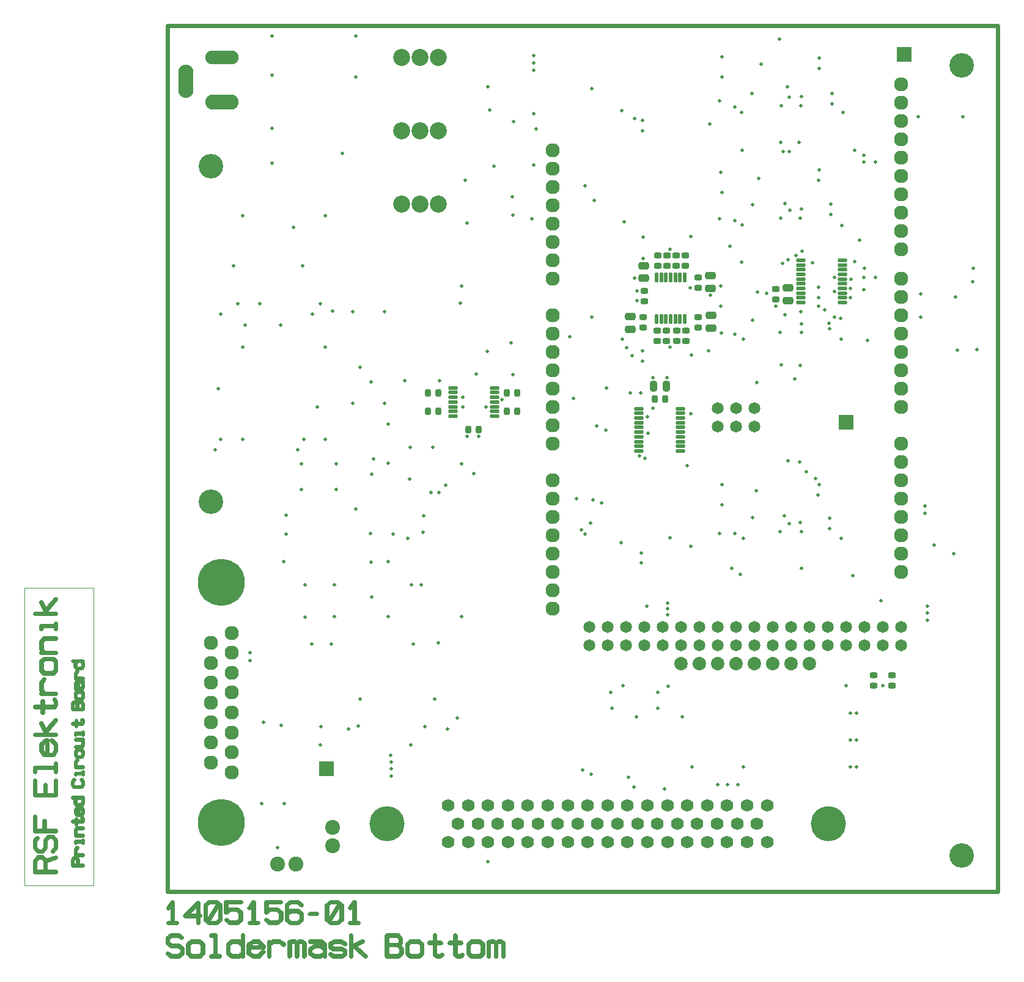
<source format=gbr>
*
G04 Job   : F:\ECADdesigns\1405165-01-00-A\PCB\1405165-01-00-A.pcb*
G04 User  : AT01PC650:at10682*
G04 Layer : Soldermask_Bottom.gbr*
G04 Date  : Tue May 09 13:27:59 2023*
G04 Soldermask Bottom*
%ICAS*%
%MOMM*%
%FSLAX54Y54*%
%OFA0.0000B0.0000*%
G90*
G74*
%AMVB_RECTANGLE*
21,1,$1,$2,0,0,$3*
%
%AMVB_RCRECTANGLE*
$3=$3X2*
21,1,$1-$3,$2,0,0,0*
21,1,$1,$2-$3,0,0,0*
$1=$1/2*
$2=$2/2*
$3=$3/2*
$1=$1-$3*
$2=$2-$3*
1,1,$3X2,0-$1,0-$2*
1,1,$3X2,0-$1,$2*
1,1,$3X2,$1,$2*
1,1,$3X2,$1,0-$2*
%
%ADD14C,0.00500*%
%ADD10C,0.01000*%
%ADD13C,0.50000*%
%ADD12C,0.60000*%
%ADD24C,1.65000*%
%ADD72C,1.76000*%
%ADD28C,1.86000*%
%ADD71C,1.96000*%
%ADD27C,2.06000*%
%ADD25C,2.36000*%
%ADD11C,3.40000*%
%ADD29C,4.86000*%
%ADD70C,6.51000*%
%ADD21O,4.61000X1.91000*%
%ADD20O,4.61000X2.11000*%
%ADD22O,2.11000X4.61000*%
%ADD18VB_RECTANGLE,2.00000X2.00000X0.00000*%
%ADD17VB_RCRECTANGLE,1.06000X0.81000X0.23000*%
%ADD16VB_RCRECTANGLE,0.81000X1.06000X0.23000*%
%ADD23VB_RCRECTANGLE,1.31000X0.51000X0.18000*%
%ADD26VB_RCRECTANGLE,0.51000X1.31000X0.18000*%
%ADD15VB_RCRECTANGLE,1.46000X1.01000X0.28000*%
%ADD19VB_RCRECTANGLE,1.01000X1.46000X0.28000*%
G01*
G54D10*
X1150000D01*
Y1200000*
X0*
Y0*
G54D11*
X60000Y540000D03*
Y1005000D03*
X1100000Y50000D03*
Y1145000D03*
G54D12*
X0Y0D02*
X1150000D01*
Y1200000*
X0*
Y0*
G54D13*
X-183520Y165492D02*
X-183460Y165252D01*
X-183340Y165102*
X-183130Y165042*
X-182890Y165012*
X-182680Y165042*
X-182470Y165102*
X-182350Y165252*
X-182290Y165492*
Y170742*
X-154780*
Y165492*
X-154720Y165252*
X-154570Y165102*
X-154360Y165042*
X-154120Y165012*
X-153910Y165042*
X-153730Y165102*
X-153580Y165252*
X-153520Y165492*
Y177192*
X-153580Y177402*
X-153730Y177582*
X-153910Y177672*
X-154120Y177702*
X-154360Y177672*
X-154570Y177582*
X-154720Y177402*
X-154780Y177192*
Y171912*
X-182920*
X-183130Y171852*
X-183310Y171732*
X-183460Y171582*
X-183520Y171342*
Y165492*
X-182920Y256182D02*
X-183130Y256122D01*
X-183310Y255972*
X-183400Y255792*
X-183430Y255582*
X-183400Y255372*
X-183310Y255162*
X-183130Y255012*
X-182920Y254982*
X-173230*
Y247632*
X-173170Y247422*
X-173050Y247272*
X-172840Y247182*
X-172630*
X-172420*
X-172210Y247272*
X-172090Y247422*
X-172030Y247632*
Y254982*
X-156160*
X-156010Y255012*
X-155860Y255102*
X-155770Y255162*
X-155710Y255282*
X-153640Y258282*
X-153550Y258402*
X-153520Y258582*
Y262602*
X-153550Y262782*
X-153640Y262932*
X-155710Y265932*
X-155860Y266112*
X-156040Y266172*
X-156250Y266142*
X-156460Y266022*
X-156610Y265872*
X-156730Y265722*
X-156760Y265512*
X-156670Y265302*
X-154750Y262422*
Y258702*
X-156460Y256182*
X-172030*
Y263592*
X-172090Y263802*
X-172210Y263982*
X-172420Y264072*
X-172630Y264102*
X-172840Y264072*
X-173050Y263982*
X-173170Y263802*
X-173230Y263592*
Y256182*
X-182920*
X-182290Y27552D02*
Y41892D01*
X-178510Y46572*
X-172930*
X-169120Y41892*
Y27552*
X-182290*
Y103842D02*
X-182350Y104052D01*
X-182470Y104232*
X-182680Y104322*
X-182890Y104352*
X-183130Y104322*
X-183340Y104232*
X-183460Y104052*
X-183520Y103842*
Y83592*
X-183460Y83382*
X-183310Y83202*
X-183130Y83052*
X-182920Y82992*
X-154120*
X-153910Y83052*
X-153730Y83202*
X-153640Y83382*
X-153610Y83592*
X-153640Y83832*
X-153730Y84042*
X-153910Y84192*
X-154120Y84252*
X-169270*
Y97842*
X-169300Y98052*
X-169450Y98232*
X-169660Y98322*
X-169870Y98352*
X-170110Y98322*
X-170320Y98232*
X-170440Y98052*
X-170500Y97842*
Y84252*
X-182290*
Y103842*
Y153642D02*
X-182350Y153852D01*
X-182470Y154032*
X-182680Y154122*
X-182890Y154152*
X-183130Y154122*
X-183340Y154032*
X-183460Y153852*
X-183520Y153642*
Y133392*
X-183460Y133182*
X-183310Y133002*
X-183130Y132852*
X-182920Y132792*
X-154120*
X-153910Y132852*
X-153730Y133002*
X-153580Y133182*
X-153520Y133392*
Y153642*
X-153580Y153852*
X-153730Y154032*
X-153910Y154122*
X-154120Y154152*
X-154360Y154122*
X-154570Y154032*
X-154720Y153852*
X-154780Y153642*
Y134052*
X-167920*
Y147642*
X-167980Y147852*
X-168130Y148032*
X-168310Y148122*
X-168520Y148152*
X-168730Y148122*
X-168940Y148032*
X-169090Y147852*
X-169120Y147642*
Y134052*
X-182290*
Y153642*
X-174970Y195042D02*
X-174940Y203172D01*
X-174910Y203292*
X-174880Y203412*
X-174790Y203592*
X-168730Y209682*
X-168580Y209712*
X-168460Y209742*
X-168400*
Y209772*
X-168250Y209802*
X-166240*
X-166030Y209772*
X-165850Y209622*
X-165700Y209472*
X-165640Y209202*
Y189612*
X-158440*
X-154720Y195192*
Y202872*
X-160630Y208782*
X-160750Y208962*
Y209172*
X-160690Y209412*
X-160540Y209592*
X-160360Y209712*
X-160150Y209802*
X-159910*
X-159730Y209682*
X-153700Y203592*
X-153580Y203412*
X-153550Y203292*
X-153520Y203172*
Y195042*
X-153550Y194862*
X-153640Y194712*
X-157660Y188682*
X-157720Y188562*
X-157840Y188502*
X-157990Y188412*
X-158140Y188382*
X-170320*
X-170470Y188412*
X-170620Y188502*
X-170710Y188562*
X-170740Y188592*
X-170800Y188682*
X-174820Y194712*
X-174940Y194862*
X-174970Y195042*
X-174130Y233712D02*
X-174280Y233922D01*
X-174460Y233982*
X-174670*
X-174880Y233892*
X-175060Y233772*
X-175210Y233592*
X-175240Y233472*
X-175270Y233382*
X-175240Y233262*
X-175210Y233142*
X-167440Y217902*
X-182920*
X-183130Y217842*
X-183310Y217692*
X-183400Y217482*
X-183430Y217242*
X-183400Y217032*
X-183310Y216852*
X-183130Y216702*
X-182920Y216642*
X-154120*
X-153880Y216702*
X-153730Y216852*
X-153640Y217032*
X-153610Y217242*
X-153640Y217482*
X-153730Y217692*
X-153880Y217842*
X-154120Y217902*
X-166060*
X-167800Y221202*
X-153670Y237102*
X-153550Y237282*
Y237492*
X-153640Y237672*
X-153760Y237852*
X-153940Y237972*
X-154180Y238032*
X-154390*
X-154570Y237912*
X-168400Y222342*
X-174130Y233712*
Y401172D02*
X-174280Y401382D01*
X-174460Y401442*
X-174670*
X-174880Y401352*
X-175060Y401232*
X-175210Y401052*
X-175240Y400932*
X-175270Y400842*
X-175240Y400722*
X-175210Y400602*
X-167440Y385362*
X-182920*
X-183130Y385302*
X-183310Y385152*
X-183400Y384942*
X-183430Y384702*
X-183400Y384492*
X-183310Y384312*
X-183130Y384162*
X-182920Y384102*
X-154120*
X-153880Y384162*
X-153730Y384312*
X-153640Y384492*
X-153610Y384702*
X-153640Y384942*
X-153730Y385152*
X-153880Y385302*
X-154120Y385362*
X-166060*
X-167800Y388662*
X-153670Y404562*
X-153550Y404742*
Y404952*
X-153640Y405132*
X-153760Y405312*
X-153940Y405432*
X-154180Y405492*
X-154390*
X-154570Y405372*
X-168400Y389802*
X-174130Y401172*
X-172120Y47562D02*
X-172180Y47652D01*
X-172330Y47682*
X-172480Y47742*
X-172630Y47772*
X-178810*
X-178960Y47742*
X-179050Y47682*
X-179140*
X-179170Y47652*
X-179200Y47592*
X-179290Y47562*
X-183400Y42462*
X-183460Y42312*
X-183490Y42192*
X-183520Y42072*
Y26952*
X-183460Y26682*
X-183310Y26502*
X-183130Y26352*
X-182920Y26292*
X-154120*
X-153880Y26352*
X-153730Y26502*
X-153640Y26682*
X-153610Y26892*
X-153640Y27132*
X-153730Y27342*
X-153880Y27492*
X-154120Y27552*
X-167920*
Y41652*
X-153940Y46572*
X-153730Y46692*
X-153610Y46902*
X-153580Y47112*
X-153640Y47322*
X-153730Y47502*
X-153910Y47652*
X-154090Y47712*
X-154330Y47682*
X-168310Y42762*
X-172120Y47562*
X-170020Y302682D02*
X-158440D01*
X-154720Y306372*
Y317952*
X-158440Y321672*
X-170020*
X-173740Y317952*
Y306372*
X-170020Y302682*
X-169960Y189612D02*
X-166840D01*
Y208602*
X-168010*
X-173740Y202872*
Y195192*
X-169960Y189612*
X-169030Y70812D02*
X-164920Y75882D01*
X-164800Y75972*
X-164650Y76002*
X-164560Y76032*
X-164470Y76062*
X-164410Y76092*
X-158230*
X-158140Y76062*
X-157930Y76002*
X-157870Y75972*
X-157750Y75882*
X-153640Y70842*
X-153580Y70692*
X-153550Y70662*
Y70572*
X-153520Y70542*
Y70512*
Y70452*
Y60342*
X-153550Y60222*
X-153580Y60102*
X-153640Y59982*
X-157750Y54942*
X-157810Y54852*
X-157900Y54792*
X-157990Y54762*
X-158080Y54732*
X-158290Y54792*
X-158500Y54882*
X-158650Y55032*
X-158770Y55212*
X-158800Y55422*
X-158740Y55632*
X-154750Y60522*
Y70212*
X-158530Y74892*
X-164110*
X-167920Y70212*
Y60342*
Y60192*
X-167950Y60072*
X-168010Y59982*
X-172120Y54942*
X-172150Y54852*
X-172210Y54822*
X-172300Y54762*
X-172510Y54702*
X-172630Y54672*
X-178810*
X-178960Y54702*
X-179080Y54762*
X-179140Y54822*
X-179200Y54852*
X-179290Y54942*
X-183400Y59982*
X-183430Y60102*
X-183460Y60162*
X-183490Y60222*
Y60192*
X-183520Y60342*
Y70452*
X-183490Y70572*
X-183460Y70632*
X-183430Y70722*
X-183400Y70812*
X-180310Y74592*
X-180160Y74742*
X-179980Y74802*
X-179770Y74772*
X-179560Y74682*
X-179410Y74502*
X-179290Y74292*
X-179260Y74082*
X-179320Y73872*
X-182290Y70272*
Y60522*
X-178510Y55902*
X-172930*
X-169120Y60522*
Y70422*
X-169090Y70572*
X-169060Y70692*
X-169030Y70812*
X-154120Y273042D02*
X-153880Y273102D01*
X-153730Y273252*
X-153640Y273432*
X-153610Y273642*
X-153640Y273882*
X-153730Y274092*
X-153880Y274242*
X-154120Y274302*
X-170020*
X-173740Y278922*
Y288612*
X-169810Y293532*
X-169720Y293712*
X-169750Y293922*
X-169840Y294132*
X-169990Y294282*
X-170200Y294402*
X-170410Y294432*
X-170620Y294402*
X-170800Y294282*
X-174820Y289212*
X-174880Y289062*
X-174910Y288942*
X-174940Y288822*
Y278712*
X-174910Y278592*
X-174880Y278502*
X-174820Y278352*
X-171580Y274302*
X-174340*
X-174580Y274242*
X-174730Y274092*
X-174850Y273882*
X-174880Y273642*
X-174850Y273432*
X-174730Y273252*
X-174580Y273102*
X-174340Y273042*
X-170380*
X-170320*
X-170200*
X-154120*
Y349962D02*
X-153880Y349992D01*
X-153730Y350142*
X-153640Y350352*
X-153610Y350562*
X-153640Y350772*
X-153730Y350952*
X-153880Y351102*
X-154120Y351162*
X-170320*
X-170410Y351132*
X-170530Y351072*
X-170680Y351042*
X-170800Y350952*
X-174820Y345882*
X-174880Y345732*
X-174910Y345612*
X-174940Y345492*
Y335382*
X-174910Y335262*
X-174880Y335172*
X-174820Y335022*
X-171580Y330972*
X-174340*
X-174580Y330912*
X-174730Y330762*
X-174850Y330552*
X-174880Y330312*
X-174850Y330102*
X-174730Y329922*
X-174580Y329772*
X-174340Y329712*
X-154120*
X-153880Y329772*
X-153730Y329922*
X-153640Y330102*
X-153610Y330312*
X-153640Y330552*
X-153730Y330762*
X-153880Y330912*
X-154120Y330972*
X-170020*
X-173740Y335592*
Y345282*
X-170020Y349962*
X-154120*
X-153520Y318252D02*
Y306132D01*
Y306012*
X-153550Y305952*
X-153580Y305802*
X-153700Y305652*
X-157720Y301632*
X-157870Y301482*
X-158020Y301452*
X-158170*
X-170320*
X-170410*
X-170590Y301482*
X-170770Y301632*
X-174790Y305652*
X-174880Y305802*
X-174910Y305952*
X-174940Y306012*
X-174970Y306132*
X-174940Y318252*
X-174910Y318372*
X-174880Y318492*
X-174790Y318672*
X-170770Y322752*
X-170620Y322782*
X-170500Y322812*
X-170440Y322842*
X-170410*
X-170320Y322872*
X-158170*
X-158020Y322842*
X-157930Y322812*
X-157720Y322752*
X-153700Y318672*
X-153580Y318492*
X-153550Y318372*
X-153520Y318252*
Y371292D02*
X-153580Y371532D01*
X-153700Y371652*
X-153910Y371742*
X-154120Y371772*
X-154330Y371742*
X-154540Y371652*
X-154660Y371532*
X-154720Y371292*
Y368142*
X-174340*
X-174580Y368082*
X-174730Y367962*
X-174910Y367782*
X-174940Y367572*
Y363852*
X-174910Y363642*
X-174760Y363492*
X-174550Y363402*
X-174340Y363372*
X-174130Y363402*
X-173950Y363492*
X-173800Y363642*
X-173740Y363852*
Y367002*
X-154720*
Y363852*
X-154660Y363642*
X-154540Y363492*
X-154330Y363402*
X-154120Y363372*
X-153910Y363402*
X-153700Y363492*
X-153580Y363642*
X-153520Y363852*
Y371292*
X-131160Y96981D02*
X-131265Y96951D01*
X-131355Y96876*
X-131400Y96786*
X-131415Y96681*
X-131400Y96576*
X-131355Y96471*
X-131265Y96396*
X-131160Y96381*
X-126315*
Y92706*
X-126285Y92601*
X-126225Y92526*
X-126120Y92481*
X-126015*
X-125910*
X-125805Y92526*
X-125745Y92601*
X-125715Y92706*
Y96381*
X-117780*
X-117705Y96396*
X-117630Y96441*
X-117585Y96471*
X-117555Y96531*
X-116520Y98031*
X-116475Y98091*
X-116460Y98181*
Y100191*
X-116475Y100281*
X-116520Y100356*
X-117555Y101856*
X-117630Y101946*
X-117720Y101976*
X-117825Y101961*
X-117930Y101901*
X-118005Y101826*
X-118065Y101751*
X-118080Y101646*
X-118035Y101541*
X-117075Y100101*
Y98241*
X-117930Y96981*
X-125715*
Y100686*
X-125745Y100791*
X-125805Y100881*
X-125910Y100926*
X-126015Y100941*
X-126120Y100926*
X-126225Y100881*
X-126285Y100791*
X-126315Y100686*
Y96981*
X-131160*
Y232806D02*
X-131265Y232776D01*
X-131355Y232701*
X-131400Y232611*
X-131415Y232506*
X-131400Y232401*
X-131355Y232296*
X-131265Y232221*
X-131160Y232206*
X-126315*
Y228531*
X-126285Y228426*
X-126225Y228351*
X-126120Y228306*
X-126015*
X-125910*
X-125805Y228351*
X-125745Y228426*
X-125715Y228531*
Y232206*
X-117780*
X-117705Y232221*
X-117630Y232266*
X-117585Y232296*
X-117555Y232356*
X-116520Y233856*
X-116475Y233916*
X-116460Y234006*
Y236016*
X-116475Y236106*
X-116520Y236181*
X-117555Y237681*
X-117630Y237771*
X-117720Y237801*
X-117825Y237786*
X-117930Y237726*
X-118005Y237651*
X-118065Y237576*
X-118080Y237471*
X-118035Y237366*
X-117075Y235926*
Y234066*
X-117930Y232806*
X-125715*
Y236511*
X-125745Y236616*
X-125805Y236706*
X-125910Y236751*
X-126015Y236766*
X-126120Y236751*
X-126225Y236706*
X-126285Y236616*
X-126315Y236511*
Y232806*
X-131160*
X-130845Y36426D02*
Y43596D01*
X-128955Y45936*
X-126165*
X-124260Y43596*
Y36426*
X-130845*
Y252591D02*
Y259896D01*
X-128985Y261561*
X-126195*
X-124860Y259911*
Y252591*
X-130845*
X-129210Y262191D02*
X-131355Y260256D01*
X-131430Y260151*
X-131460Y260046*
Y252261*
X-131430Y252156*
X-131370Y252066*
X-131265Y251991*
X-131160Y251961*
X-124605*
X-124560*
X-124515*
X-116760*
X-116655Y251991*
X-116550Y252066*
X-116475Y252156*
X-116460Y252261*
Y260136*
X-118605Y262596*
X-118695Y262656*
X-118815Y262686*
X-122025*
X-124515Y260481*
X-125775Y262056*
X-125835Y262101*
X-125910Y262146*
X-125985Y262176*
X-126030Y262191*
X-129210*
X-127185Y108756D02*
X-127170Y112821D01*
X-127155Y112881*
X-127140Y112941*
X-127095Y113031*
X-124065Y116076*
X-123990Y116091*
X-123930Y116106*
X-123900*
Y116121*
X-123825Y116136*
X-122820*
X-122715Y116121*
X-122625Y116046*
X-122550Y115971*
X-122520Y115836*
Y106041*
X-118920*
X-117060Y108831*
Y112671*
X-120015Y115626*
X-120075Y115716*
Y115821*
X-120045Y115941*
X-119970Y116031*
X-119880Y116091*
X-119775Y116136*
X-119655*
X-119565Y116076*
X-116550Y113031*
X-116490Y112941*
X-116475Y112881*
X-116460Y112821*
Y108756*
X-116475Y108666*
X-116520Y108591*
X-118530Y105576*
X-118560Y105516*
X-118620Y105486*
X-118695Y105441*
X-118770Y105426*
X-124860*
X-124935Y105441*
X-125010Y105486*
X-125055Y105516*
X-125070Y105531*
X-125100Y105576*
X-127110Y108591*
X-127170Y108666*
X-127185Y108756*
X-125760Y46431D02*
X-125790Y46476D01*
X-125865Y46491*
X-125940Y46521*
X-126015Y46536*
X-129105*
X-129180Y46521*
X-129225Y46491*
X-129270*
X-129285Y46476*
X-129300Y46446*
X-129345Y46431*
X-131400Y43881*
X-131430Y43806*
X-131445Y43746*
X-131460Y43686*
Y36126*
X-131430Y35991*
X-131355Y35901*
X-131265Y35826*
X-131160Y35796*
X-116760*
X-116640Y35826*
X-116565Y35901*
X-116520Y35991*
X-116505Y36096*
X-116520Y36216*
X-116565Y36321*
X-116640Y36396*
X-116760Y36426*
X-123660*
Y43686*
X-123675Y43791*
X-123690Y43821*
Y43851*
X-123705Y43881*
X-125760Y46431*
X-124845Y120186D02*
X-126720Y122496D01*
Y127296*
X-123810Y129681*
X-118965*
X-117075Y127341*
Y122496*
X-118965Y120186*
X-124845*
Y309246D02*
X-126720Y311556D01*
Y316356*
X-123810Y318741*
X-118965*
X-117075Y316401*
Y311556*
X-118965Y309246*
X-124845*
X-124710Y266766D02*
X-118920D01*
X-117060Y268611*
Y274401*
X-118920Y276261*
X-124710*
X-126570Y274401*
Y268611*
X-124710Y266766*
X-124680Y106041D02*
X-123120D01*
Y115536*
X-123705*
X-126570Y112671*
Y108831*
X-124680Y106041*
X-124245Y252591D02*
Y259881D01*
X-121770Y262086*
X-118950*
X-117075Y259911*
Y252591*
X-124245*
X-121650Y280911D02*
X-123540Y283686D01*
Y287601*
X-121650Y290406*
X-118920*
X-117060Y287601*
Y283686*
X-118920Y280911*
X-121650*
X-118770Y199956D02*
X-118725Y199971D01*
X-118650Y200001*
X-118590Y200031*
X-118545Y200091*
X-116520Y202611*
X-116490Y202671*
X-116475Y202731*
X-116460Y202791*
Y207846*
Y207876*
X-116475Y207906*
Y207921*
Y207951*
X-116490Y207981*
X-116520Y208041*
X-118155Y210081*
X-116760*
X-116640Y210096*
X-116565Y210171*
X-116520Y210276*
X-116505Y210381*
X-116520Y210486*
X-116565Y210576*
X-116640Y210651*
X-116760Y210681*
X-126870*
X-126990Y210651*
X-127065Y210576*
X-127125Y210486*
X-127140Y210381*
X-127125Y210276*
X-127065Y210171*
X-126990Y210096*
X-126870Y210081*
X-118920*
X-117060Y207741*
Y202896*
X-118920Y200586*
X-126870*
X-126990Y200556*
X-127065Y200481*
X-127125Y200376*
X-127140Y200256*
X-127125Y200151*
X-127065Y200061*
X-126990Y199986*
X-126870Y199956*
X-118770*
X-116760Y49971D02*
X-116640Y50001D01*
X-116565Y50076*
X-116520Y50166*
X-116505Y50271*
X-116520Y50391*
X-116565Y50496*
X-116640Y50571*
X-116760Y50601*
X-124710*
X-126570Y52911*
Y57756*
X-124605Y60216*
X-124560Y60306*
X-124575Y60411*
X-124620Y60516*
X-124695Y60591*
X-124800Y60651*
X-124905Y60666*
X-125010Y60651*
X-125100Y60591*
X-127110Y58056*
X-127140Y57981*
X-127155Y57921*
X-127170Y57861*
Y52806*
X-127155Y52746*
X-127140Y52701*
X-127110Y52626*
X-125490Y50601*
X-126870*
X-126990Y50571*
X-127065Y50496*
X-127125Y50391*
X-127140Y50271*
X-127125Y50166*
X-127065Y50076*
X-126990Y50001*
X-126870Y49971*
X-124890*
X-124860*
X-124800*
X-116760*
Y87336D02*
X-116640Y87351D01*
X-116565Y87426*
X-116520Y87531*
X-116505Y87636*
X-116520Y87741*
X-116565Y87831*
X-116640Y87906*
X-116760Y87936*
X-124860*
X-124905Y87921*
X-124965Y87891*
X-125040Y87876*
X-125100Y87831*
X-127110Y85296*
X-127140Y85221*
X-127155Y85161*
X-127170Y85101*
Y80046*
X-127155Y79986*
X-127140Y79941*
X-127110Y79866*
X-125490Y77841*
X-126870*
X-126990Y77811*
X-127065Y77736*
X-127125Y77631*
X-127140Y77511*
X-127125Y77406*
X-127065Y77316*
X-126990Y77241*
X-126870Y77211*
X-116760*
X-116640Y77241*
X-116565Y77316*
X-116520Y77406*
X-116505Y77511*
X-116520Y77631*
X-116565Y77736*
X-116640Y77811*
X-116760Y77841*
X-124710*
X-126570Y80151*
Y84996*
X-124710Y87336*
X-116760*
Y171621D02*
X-116640Y171651D01*
X-116565Y171726*
X-116520Y171816*
X-116505Y171921*
X-116520Y172041*
X-116565Y172146*
X-116640Y172221*
X-116760Y172251*
X-124710*
X-126570Y174561*
Y179406*
X-124605Y181866*
X-124560Y181956*
X-124575Y182061*
X-124620Y182166*
X-124695Y182241*
X-124800Y182301*
X-124905Y182316*
X-125010Y182301*
X-125100Y182241*
X-127110Y179706*
X-127140Y179631*
X-127155Y179571*
X-127170Y179511*
Y174456*
X-127155Y174396*
X-127140Y174351*
X-127110Y174276*
X-125490Y172251*
X-126870*
X-126990Y172221*
X-127065Y172146*
X-127125Y172041*
X-127140Y171921*
X-127125Y171816*
X-127065Y171726*
X-126990Y171651*
X-126870Y171621*
X-124890*
X-124860*
X-124800*
X-116760*
Y290406D02*
X-116640Y290421D01*
X-116565Y290496*
X-116520Y290601*
X-116505Y290706*
X-116520Y290811*
X-116565Y290901*
X-116640Y290976*
X-116760Y291006*
X-124860*
X-124905Y290976*
X-124965*
X-125070Y290931*
X-127095Y288906*
X-127140Y288816*
X-127155Y288756*
X-127170Y288681*
Y280581*
X-127155Y280476*
X-127080Y280386*
X-126975Y280341*
X-126870Y280326*
X-126765Y280341*
X-126675Y280386*
X-126600Y280476*
X-126570Y280581*
Y288531*
X-124710Y290406*
X-122355*
X-124095Y287826*
X-124125Y287766*
X-124140Y287676*
Y283626*
X-124125Y283521*
X-124095Y283461*
X-122055Y280431*
X-122025Y280401*
X-122010Y280386*
X-121995Y280356*
X-121920Y280296*
X-121815Y280281*
X-118770*
X-118695Y280296*
X-118620Y280356*
X-118575Y280386*
X-118545Y280431*
X-116520Y283461*
X-116475Y283536*
X-116460Y283626*
Y287676*
X-116475Y287766*
X-116520Y287826*
X-118215Y290406*
X-116760*
Y294426D02*
X-116640Y294456D01*
X-116565Y294531*
X-116520Y294621*
X-116505Y294726*
X-116520Y294846*
X-116565Y294951*
X-116640Y295026*
X-116760Y295056*
X-124710*
X-126570Y297366*
Y302211*
X-124605Y304671*
X-124560Y304761*
X-124575Y304866*
X-124620Y304971*
X-124695Y305046*
X-124800Y305106*
X-124905Y305121*
X-125010Y305106*
X-125100Y305046*
X-127110Y302511*
X-127140Y302436*
X-127155Y302376*
X-127170Y302316*
Y297261*
X-127155Y297201*
X-127140Y297156*
X-127110Y297081*
X-125490Y295056*
X-126870*
X-126990Y295026*
X-127065Y294951*
X-127125Y294846*
X-127140Y294726*
X-127125Y294621*
X-127065Y294531*
X-126990Y294456*
X-126870Y294426*
X-124890*
X-124860*
X-124800*
X-116760*
X-116520Y122211D02*
X-116490Y122271D01*
X-116475Y122331*
X-116460Y122391*
Y127446*
Y127506*
X-116475Y127536*
X-116490Y127566*
X-116520Y127641*
X-118185Y129681*
X-116760*
X-116640Y129696*
X-116565Y129771*
X-116520Y129876*
X-116505Y129981*
X-116520Y130086*
X-116565Y130176*
X-116640Y130251*
X-116760Y130281*
X-123975*
X-124005*
X-131160*
X-131265Y130251*
X-131355Y130176*
X-131400Y130086*
X-131415Y129981*
X-131400Y129876*
X-131355Y129771*
X-131265Y129696*
X-131160Y129681*
X-124815*
X-127230Y127701*
X-127275Y127641*
X-127320Y127536*
X-127335Y127491*
X-127350Y127446*
Y122391*
X-127320Y122331*
X-127305Y122286*
X-127275Y122211*
X-125220Y119691*
X-125175Y119631*
X-125115Y119601*
X-125040Y119571*
X-124980Y119556*
X-118815*
X-118740Y119571*
X-118680Y119601*
X-118620Y119631*
X-118575Y119691*
X-116520Y122211*
Y147096D02*
X-118575Y144576D01*
X-118620Y144501*
X-118680Y144486*
X-118740Y144456*
X-118815Y144441*
X-129105*
X-129180Y144456*
X-129240Y144486*
X-129270Y144516*
X-129300Y144531*
X-129345Y144561*
X-131400Y147096*
X-131415Y147141*
X-131430Y147186*
X-131445Y147201*
X-131460Y147261*
Y152316*
X-131445Y152391*
X-131430Y152421*
X-131415Y152451*
X-131400Y152511*
X-129345Y155046*
X-129270Y155106*
X-129150Y155136*
X-129075Y155121*
X-128985Y155091*
X-128925Y155046*
X-128865Y154971*
X-128820Y154896*
X-128805Y154821*
Y154746*
X-128850Y154686*
X-130845Y152211*
Y147366*
X-128955Y145056*
X-118965*
X-117075Y147366*
Y152211*
X-119070Y154686*
X-119100Y154746*
X-119115Y154821*
X-119100Y154896*
X-119055Y154971*
X-118995Y155046*
X-118920Y155091*
X-118845Y155121*
X-118740Y155136*
X-118650Y155106*
X-118575Y155046*
X-116520Y152511*
X-116490Y152451*
X-116475Y152436*
Y152391*
X-116460Y152376*
Y152361*
Y152316*
Y147261*
X-116475Y147201*
X-116490Y147141*
X-116520Y147096*
Y311271D02*
X-116490Y311331D01*
X-116475Y311391*
X-116460Y311451*
Y316506*
Y316566*
X-116475Y316596*
X-116490Y316626*
X-116520Y316701*
X-118185Y318741*
X-116760*
X-116640Y318756*
X-116565Y318831*
X-116520Y318936*
X-116505Y319041*
X-116520Y319146*
X-116565Y319236*
X-116640Y319311*
X-116760Y319341*
X-123975*
X-124005*
X-131160*
X-131265Y319311*
X-131355Y319236*
X-131400Y319146*
X-131415Y319041*
X-131400Y318936*
X-131355Y318831*
X-131265Y318756*
X-131160Y318741*
X-124815*
X-127230Y316761*
X-127275Y316701*
X-127320Y316596*
X-127335Y316551*
X-127350Y316506*
Y311451*
X-127320Y311391*
X-127305Y311346*
X-127275Y311271*
X-125220Y308751*
X-125175Y308691*
X-125115Y308661*
X-125040Y308631*
X-124980Y308616*
X-118815*
X-118740Y308631*
X-118680Y308661*
X-118620Y308691*
X-118575Y308751*
X-116520Y311271*
X-116460Y70806D02*
X-116490Y70926D01*
X-116550Y70986*
X-116655Y71031*
X-116760Y71046*
X-116865Y71031*
X-116970Y70986*
X-117030Y70926*
X-117060Y70806*
Y69231*
X-126870*
X-126990Y69201*
X-127065Y69141*
X-127155Y69051*
X-127170Y68946*
Y67086*
X-127155Y66981*
X-127080Y66906*
X-126975Y66861*
X-126870Y66846*
X-126765Y66861*
X-126675Y66906*
X-126600Y66981*
X-126570Y67086*
Y68661*
X-117060*
Y67086*
X-117030Y66981*
X-116970Y66906*
X-116865Y66861*
X-116760Y66846*
X-116655Y66861*
X-116550Y66906*
X-116490Y66981*
X-116460Y67086*
Y70806*
Y165216D02*
X-116490Y165336D01*
X-116550Y165396*
X-116655Y165441*
X-116760Y165456*
X-116865Y165441*
X-116970Y165396*
X-117030Y165336*
X-117060Y165216*
Y163641*
X-126870*
X-126990Y163611*
X-127065Y163551*
X-127155Y163461*
X-127170Y163356*
Y161496*
X-127155Y161391*
X-127080Y161316*
X-126975Y161271*
X-126870Y161256*
X-126765Y161271*
X-126675Y161316*
X-126600Y161391*
X-126570Y161496*
Y163071*
X-117060*
Y161496*
X-117030Y161391*
X-116970Y161316*
X-116865Y161271*
X-116760Y161256*
X-116655Y161271*
X-116550Y161316*
X-116490Y161391*
X-116460Y161496*
Y165216*
Y193236D02*
Y189171D01*
X-116475Y189081*
X-116520Y189006*
X-118530Y185991*
X-118560Y185931*
X-118620Y185901*
X-118695Y185856*
X-118770Y185841*
X-124860*
X-124935Y185856*
X-125010Y185901*
X-125055Y185931*
X-125070Y185946*
X-125100Y185991*
X-127110Y189006*
X-127170Y189081*
X-127185Y189171*
X-127170Y193236*
Y193266*
X-127155*
X-127140Y193341*
X-127095Y193446*
X-124065Y196491*
X-123945Y196536*
X-123840*
X-123735Y196491*
X-123645Y196431*
X-123585Y196341*
X-123540Y196236*
X-123555Y196131*
X-123615Y196041*
X-126570Y193071*
Y189246*
X-124680Y186456*
X-118920*
X-117060Y189246*
Y193071*
X-120015Y196041*
X-120075Y196131*
Y196236*
X-120045Y196356*
X-119970Y196446*
X-119880Y196506*
X-119775Y196551*
X-119655*
X-119565Y196491*
X-116550Y193446*
X-116490Y193341*
X-116475Y193266*
X-116460*
Y193236*
Y220776D02*
X-116490Y220896D01*
X-116550Y220956*
X-116655Y221001*
X-116760Y221016*
X-116865Y221001*
X-116970Y220956*
X-117030Y220896*
X-117060Y220776*
Y219201*
X-126870*
X-126990Y219171*
X-127065Y219111*
X-127155Y219021*
X-127170Y218916*
Y217056*
X-127155Y216951*
X-127080Y216876*
X-126975Y216831*
X-126870Y216816*
X-126765Y216831*
X-126675Y216876*
X-126600Y216951*
X-126570Y217056*
Y218631*
X-117060*
Y217056*
X-117030Y216951*
X-116970Y216876*
X-116865Y216831*
X-116760Y216816*
X-116655Y216831*
X-116550Y216876*
X-116490Y216951*
X-116460Y217056*
Y220776*
Y274551D02*
Y268491D01*
Y268431*
X-116475Y268401*
X-116490Y268326*
X-116550Y268251*
X-118560Y266241*
X-118635Y266166*
X-118710Y266151*
X-118785*
X-124860*
X-124905*
X-124995Y266166*
X-125085Y266241*
X-127095Y268251*
X-127140Y268326*
X-127155Y268401*
X-127170Y268431*
X-127185Y268491*
X-127170Y274551*
X-127155Y274611*
X-127140Y274671*
X-127095Y274761*
X-125085Y276801*
X-125010Y276816*
X-124950Y276831*
X-124920Y276846*
X-124905*
X-124860Y276861*
X-118785*
X-118710Y276846*
X-118665Y276831*
X-118560Y276801*
X-116550Y274761*
X-116490Y274671*
X-116475Y274611*
X-116460Y274551*
X1355Y-42880D02*
X1115Y-42940D01*
X995Y-43060*
X905Y-43270*
X875Y-43510*
X905Y-43720*
X995Y-43930*
X1115Y-44080*
X1355Y-44110*
X13055*
X13265Y-44080*
X13445Y-43930*
X13535Y-43720*
X13565Y-43510*
X13535Y-43270*
X13445Y-43060*
X13265Y-42940*
X13055Y-42880*
X7775*
Y-14710*
X7745Y-14500*
X7655Y-14350*
X7505Y-14260*
X7295Y-14230*
X7145Y-14200*
X6995*
X6875Y-14260*
X6755Y-14380*
X905Y-22600*
X815Y-22810*
Y-23020*
X905Y-23200*
X1055Y-23350*
X1235Y-23470*
X1445Y-23530*
X1565*
X1655Y-23500*
X1805Y-23320*
X6605Y-16600*
Y-42880*
X1355*
X16190Y-75000D02*
X21260Y-79110D01*
X21350Y-79230*
X21380Y-79380*
X21410Y-79470*
X21440Y-79560*
X21470Y-79620*
Y-85800*
X21440Y-85890*
X21380Y-86100*
X21350Y-86160*
X21260Y-86280*
X16220Y-90390*
X16070Y-90450*
X16040Y-90480*
X15980*
X15920Y-90510*
X15890*
X15830*
X5720*
X5600Y-90480*
X5480Y-90450*
X5360Y-90390*
X320Y-86280*
X170Y-86130*
X140Y-86040*
Y-85950*
X170Y-85740*
X290Y-85530*
X410Y-85380*
X590Y-85260*
X800Y-85230*
X1010Y-85290*
X5900Y-89280*
X15590*
X20270Y-85500*
Y-79920*
X15590Y-76110*
X5720*
X5600*
X5450Y-76080*
X5360Y-76020*
X320Y-71910*
X260Y-71880*
X200Y-71820*
X140Y-71730*
X80Y-71520*
X50Y-71400*
Y-65220*
X80Y-65070*
X140Y-64950*
X200Y-64890*
X260Y-64830*
X320Y-64740*
X5360Y-60630*
X5480Y-60600*
X5570Y-60570*
X5600Y-60540*
X5720Y-60510*
X15830*
X15950Y-60540*
X16010Y-60570*
X16100Y-60600*
X16190Y-60630*
X19970Y-63720*
X20120Y-63870*
X20180Y-64050*
X20150Y-64260*
X20060Y-64470*
X19910Y-64620*
X19700Y-64740*
X19460Y-64770*
X19250Y-64710*
X15650Y-61740*
X5900*
X1280Y-65520*
Y-71100*
X5900Y-74910*
X15830*
X15950Y-74940*
X16070Y-74970*
X16190Y-75000*
X26405Y-33190D02*
X42545Y-17110D01*
Y-33190*
X26405*
X29630Y-74010D02*
Y-85590D01*
X33320Y-89310*
X44900*
X48620Y-85590*
Y-74010*
X44900Y-70290*
X33320*
X29630Y-74010*
X42545Y-43510D02*
X42575Y-43750D01*
X42725Y-43900*
X42935Y-43990*
X43145Y-44020*
X43355Y-43990*
X43535Y-43900*
X43685Y-43750*
X43745Y-43510*
Y-34420*
X45155*
X45365Y-34360*
X45545Y-34240*
X45635Y-34030*
X45665Y-33820*
X45635Y-33580*
X45545Y-33370*
X45365Y-33220*
X45155Y-33190*
X43745*
Y-15550*
X43715Y-15400*
X43625Y-15280*
X43505Y-15160*
X43355Y-15070*
X43175Y-15010*
X42995Y-14980*
X42845Y-15010*
X42695Y-15130*
X24485Y-33340*
X24365Y-33520*
X24305Y-33700*
X24335Y-33880*
X24455Y-34090*
X24515Y-34240*
X24635Y-34330*
X24755Y-34390*
X24905Y-34420*
X42545*
Y-43510*
X45200Y-90510D02*
X33080D01*
X32960*
X32900Y-90480*
X32750Y-90450*
X32600Y-90330*
X28580Y-86310*
X28460Y-86160*
X28400Y-86010*
Y-85860*
Y-73710*
Y-73620*
X28460Y-73440*
X28580Y-73260*
X32600Y-69240*
X32750Y-69150*
X32900Y-69120*
X32960Y-69090*
X33080Y-69060*
X45200Y-69090*
X45320Y-69120*
X45440Y-69150*
X45620Y-69240*
X49700Y-73260*
X49730Y-73410*
X49760Y-73530*
X49790Y-73590*
Y-73620*
X49820Y-73710*
Y-85860*
X49790Y-86010*
X49760Y-86100*
X49700Y-86310*
X45620Y-90330*
X45440Y-90450*
X45320Y-90480*
X45200Y-90510*
X52955Y-18340D02*
X57995Y-14230D01*
X58115Y-14200*
X58205Y-14170*
X58235Y-14140*
X58355Y-14110*
X68465*
X68585Y-14140*
X68615*
X68645Y-14170*
X68735Y-14200*
X68855Y-14230*
X73895Y-18340*
X73985Y-18490*
X74015Y-18610*
X74075Y-18700*
X74105Y-18820*
Y-39400*
X74075Y-39490*
X74015Y-39700*
X73985Y-39760*
X73895Y-39880*
X68855Y-43990*
X68735Y-44020*
X68675Y-44050*
X68615Y-44080*
X68555Y-44110*
X68465*
X58355*
X58235Y-44080*
X58115Y-44050*
X57995Y-43990*
X52955Y-39880*
X52895Y-39820*
X52835Y-39790*
X52775Y-39700*
X52715Y-39490*
X52685Y-39400*
Y-18820*
X52715Y-18700*
X52775Y-18610*
X52835Y-18490*
X52955Y-18340*
X53915Y-19120D02*
Y-39100D01*
X55685Y-40600*
X70205Y-16930*
X68225Y-15340*
X58535*
X53915Y-19120*
X56645Y-41380D02*
X58535Y-42880D01*
X68225*
X72905Y-39100*
Y-19120*
X71135Y-17710*
X56645Y-41380*
X61010Y-60510D02*
X60770Y-60570D01*
X60650Y-60720*
X60560Y-60900*
X60530Y-61140*
X60560Y-61350*
X60650Y-61560*
X60770Y-61680*
X61010Y-61740*
X66260*
Y-89250*
X61010*
X60770Y-89310*
X60650Y-89460*
X60560Y-89670*
X60530Y-89910*
X60560Y-90120*
X60650Y-90330*
X60770Y-90450*
X61010Y-90510*
X72710*
X72920Y-90450*
X73100Y-90330*
X73190Y-90120*
X73220Y-89910*
X73190Y-89670*
X73100Y-89460*
X72920Y-89310*
X72710Y-89250*
X67430*
Y-61110*
X67400Y-60900*
X67250Y-60720*
X67100Y-60570*
X66860Y-60510*
X61010*
X66402Y612100D03*
X70689Y696710D03*
X73557Y626533D03*
X74228Y799900D03*
X85130Y-73740D02*
X89750Y-69990D01*
X99350*
X104120Y-75810*
Y-85500*
X99440Y-89280*
X89750*
X85130Y-85500*
Y-73740*
X86675Y-24430D02*
X86555Y-24460D01*
X86465Y-24490*
X86345Y-24550*
X82265Y-27850*
Y-15340*
X101855*
X102065Y-15280*
X102245Y-15160*
X102335Y-14950*
X102365Y-14740*
X102335Y-14500*
X102245Y-14320*
X102065Y-14170*
X101855Y-14110*
X81605*
X81395Y-14170*
X81215Y-14320*
X81065Y-14500*
X81005Y-14710*
Y-29140*
X81035Y-29350*
X81125Y-29500*
X81245Y-29590*
X81455Y-29650*
X81605Y-29710*
X81725Y-29740*
X81875Y-29710*
X81995Y-29620*
X86885Y-25630*
X96575*
X101255Y-29440*
Y-39100*
X96575Y-42850*
X86885*
X81995Y-38890*
X81785Y-38800*
X81605*
X81425Y-38920*
X81245Y-39070*
X81125Y-39280*
X81095Y-39490*
X81125Y-39700*
X81275Y-39850*
X86345Y-43990*
X86435Y-44050*
X86555*
X86675Y-44110*
X96785*
X96875*
X96905Y-44080*
X96935*
X96995Y-44050*
X97055*
X97175Y-43990*
X102245Y-39850*
X102335Y-39760*
X102365Y-39700*
X102425Y-39520*
X102455Y-39400*
Y-29140*
X102425Y-29020*
X102365Y-28840*
Y-28780*
X102335Y-28750*
X102275Y-28690*
X102245Y-28630*
X97175Y-24550*
X97025Y-24490*
X96905Y-24460*
X96785Y-24430*
X86675*
X89210Y-90390D02*
X89300Y-90450D01*
X89420Y-90480*
X89540Y-90510*
X99650*
X99770*
X99830Y-90480*
X99890Y-90450*
X100040Y-90390*
X104120Y-87060*
Y-89910*
X104150Y-90150*
X104300Y-90300*
X104510Y-90390*
X104720Y-90420*
X104930Y-90390*
X105110Y-90300*
X105260Y-90150*
X105320Y-89910*
Y-75480*
Y-75420*
Y-61110*
X105260Y-60900*
X105110Y-60720*
X104930Y-60630*
X104720Y-60600*
X104510Y-60630*
X104300Y-60720*
X104150Y-60900*
X104120Y-61110*
Y-73800*
X100160Y-68970*
X100040Y-68880*
X99830Y-68790*
X99740Y-68760*
X99650Y-68730*
X89540*
X89420Y-68790*
X89330Y-68820*
X89210Y-68880*
X84140Y-72990*
X84020Y-73080*
X83960Y-73200*
X83900Y-73350*
X83870Y-73470*
Y-85800*
X83900Y-85950*
X83960Y-86070*
X84020Y-86190*
X84140Y-86280*
X89210Y-90390*
X91792Y866700D03*
X97950Y814250D03*
X104458Y626450D03*
X104608Y753900D03*
Y936700D03*
X107972Y784447D03*
X113420Y-74070D02*
Y-77190D01*
X132410*
Y-76020*
X126680Y-70290*
X119000*
X113420Y-74070*
X113705Y-42880D02*
X113465Y-42940D01*
X113345Y-43060*
X113255Y-43270*
X113225Y-43510*
X113255Y-43720*
X113345Y-43930*
X113465Y-44080*
X113705Y-44110*
X125405*
X125615Y-44080*
X125795Y-43930*
X125885Y-43720*
X125915Y-43510*
X125885Y-43270*
X125795Y-43060*
X125615Y-42940*
X125405Y-42880*
X120125*
Y-14710*
X120095Y-14500*
X120005Y-14350*
X119855Y-14260*
X119645Y-14230*
X119495Y-14200*
X119345*
X119225Y-14260*
X119105Y-14380*
X113255Y-22600*
X113165Y-22810*
Y-23020*
X113255Y-23200*
X113405Y-23350*
X113585Y-23470*
X113795Y-23530*
X113915*
X114005Y-23500*
X114155Y-23320*
X118955Y-16600*
Y-42880*
X113705*
X114100Y320303D03*
Y330670D03*
X118850Y-69060D02*
X126980Y-69090D01*
X127100Y-69120*
X127220Y-69150*
X127400Y-69240*
X133490Y-75300*
X133520Y-75450*
X133550Y-75570*
Y-75630*
X133580*
X133610Y-75780*
Y-77790*
X133580Y-78000*
X133430Y-78180*
X133280Y-78330*
X133010Y-78390*
X113420*
Y-85590*
X119000Y-89310*
X126680*
X132590Y-83400*
X132770Y-83280*
X132980*
X133220Y-83340*
X133400Y-83490*
X133550Y-83670*
X133610Y-83880*
Y-84120*
X133490Y-84300*
X127400Y-90330*
X127220Y-90450*
X127100Y-90480*
X126980Y-90510*
X118850*
X118670Y-90480*
X118520Y-90390*
X112490Y-86370*
X112370Y-86310*
X112310Y-86190*
X112220Y-86040*
X112190Y-85890*
Y-73710*
X112220Y-73560*
X112310Y-73410*
X112370Y-73320*
X112430Y-73290*
X112490Y-73230*
X118520Y-69210*
X118670Y-69090*
X118850Y-69060*
X128016Y814250D03*
X130150Y121550D03*
X133508Y234100D03*
X140450Y-89910D02*
X140510Y-90150D01*
X140660Y-90300*
X140840Y-90390*
X141050Y-90420*
X141290Y-90390*
X141500Y-90300*
X141650Y-90150*
X141710Y-89910*
Y-74010*
X146330Y-70290*
X156020*
X160940Y-74220*
X161120Y-74310*
X161330Y-74280*
X161540Y-74190*
X161690Y-74040*
X161810Y-73830*
X161840Y-73620*
X161810Y-73410*
X161690Y-73230*
X156620Y-69210*
X156470Y-69150*
X156350Y-69120*
X156230Y-69090*
X146120*
X146000Y-69120*
X145910Y-69150*
X145790Y-69210*
X141710Y-72450*
Y-69690*
X141650Y-69450*
X141500Y-69300*
X141290Y-69210*
X141050Y-69150*
X140840Y-69210*
X140660Y-69300*
X140510Y-69450*
X140450Y-69690*
Y-73650*
Y-73710*
Y-73830*
Y-89910*
X142325Y-24430D02*
X142205Y-24460D01*
X142115Y-24490*
X141995Y-24550*
X137915Y-27850*
Y-15340*
X157505*
X157715Y-15280*
X157895Y-15160*
X157985Y-14950*
X158015Y-14740*
X157985Y-14500*
X157895Y-14320*
X157715Y-14170*
X157505Y-14110*
X137255*
X137045Y-14170*
X136865Y-14320*
X136715Y-14500*
X136655Y-14710*
Y-29140*
X136685Y-29350*
X136775Y-29500*
X136895Y-29590*
X137105Y-29650*
X137255Y-29710*
X137375Y-29740*
X137525Y-29710*
X137645Y-29620*
X142535Y-25630*
X152225*
X156905Y-29440*
Y-39100*
X152225Y-42850*
X142535*
X137645Y-38890*
X137435Y-38800*
X137255*
X137075Y-38920*
X136895Y-39070*
X136775Y-39280*
X136745Y-39490*
X136775Y-39700*
X136925Y-39850*
X141995Y-43990*
X142085Y-44050*
X142205*
X142325Y-44110*
X152435*
X152525*
X152555Y-44080*
X152585*
X152645Y-44050*
X152705*
X152825Y-43990*
X157895Y-39850*
X157985Y-39760*
X158015Y-39700*
X158075Y-39520*
X158105Y-39400*
Y-29140*
X158075Y-29020*
X158015Y-28840*
Y-28780*
X157985Y-28750*
X157925Y-28690*
X157895Y-28630*
X152825Y-24550*
X152675Y-24490*
X152555Y-24460*
X152435Y-24430*
X142325*
X144762Y1185059D03*
X145045Y1009396D03*
Y1057610D03*
X145074Y1131385D03*
X152664Y60561D03*
X156550Y785000D03*
X157310Y230429D03*
X161258Y457100D03*
X161950Y121550D03*
X164506Y521589D03*
X164650Y495011D03*
X166265Y-31450D02*
Y-39100D01*
X170885Y-42880*
X180575*
X185255Y-39100*
Y-31450*
X180575Y-27640*
X170885*
X166265Y-31450*
X174500Y920483D03*
X180702Y612100D03*
X181205Y-14230D02*
X186245Y-18340D01*
X186395Y-18490*
X186425Y-18730*
X186395Y-18910*
X186335Y-19060*
X186245Y-19180*
X186095Y-19300*
X185945Y-19390*
X185795Y-19420*
X185645*
X185525Y-19330*
X180605Y-15340*
X170885*
X166265Y-19120*
Y-29890*
X170345Y-26560*
X170465Y-26530*
X170525Y-26500*
X170555*
Y-26470*
X170705Y-26440*
X180815*
X180935Y-26470*
Y-26500*
X180995*
X181085Y-26530*
X181175Y-26560*
X186245Y-30640*
X186275Y-30730*
X186335Y-30760*
X186365Y-30790*
Y-30850*
X186425Y-31060*
X186455Y-31150*
Y-39400*
X186425Y-39550*
X186365Y-39670*
X186335Y-39790*
X186245Y-39880*
X181205Y-43990*
X181055Y-44050*
X181025Y-44080*
X180965*
X180905Y-44110*
X180875*
X180815*
X170705*
X170585Y-44080*
X170465Y-44050*
X170345Y-43990*
X165305Y-39880*
X165245Y-39820*
X165185Y-39790*
X165125Y-39700*
X165065Y-39490*
X165035Y-39400*
Y-18820*
X165065Y-18670*
X165125Y-18550*
X165185Y-18490*
X165245Y-18430*
X165305Y-18340*
X170345Y-14230*
X170465Y-14200*
X170555Y-14170*
X170585Y-14140*
X170705Y-14110*
X180815*
X180935Y-14140*
X180965*
X180995Y-14170*
X181085Y-14200*
X181205Y-14230*
X185897Y557307D03*
Y592234D03*
X186908Y866700D03*
X189000Y626450D03*
X190280Y-71700D02*
X190220Y-71580D01*
X190190Y-71370*
X190070Y-71220*
X187010Y-69180*
X186860Y-69090*
X186680Y-69060*
X182630*
X182450Y-69090*
X182330Y-69180*
X179570Y-71010*
X176870Y-69180*
X176720Y-69090*
X176570Y-69060*
X172490*
X172310Y-69090*
X172190Y-69180*
X170090Y-70620*
Y-69660*
X170030Y-69420*
X169880Y-69270*
X169670Y-69180*
X169430Y-69120*
X169220Y-69180*
X169040Y-69270*
X168890Y-69420*
X168830Y-69660*
Y-89880*
X168890Y-90120*
X169040Y-90270*
X169220Y-90360*
X169430Y-90390*
X169670Y-90360*
X169880Y-90270*
X170030Y-90120*
X170090Y-89880*
Y-72000*
X172610Y-70260*
X176390*
X178970Y-72000*
Y-89910*
X179000Y-90150*
X179150Y-90300*
X179360Y-90390*
X179570Y-90420*
X179810Y-90390*
X180020Y-90300*
X180140Y-90150*
X180200Y-89910*
Y-72030*
X182780Y-70230*
X186560*
X189080Y-72000*
Y-89910*
X189110Y-90150*
X189260Y-90300*
X189470Y-90390*
X189680Y-90420*
X189890Y-90390*
X190070Y-90300*
X190220Y-90150*
X190280Y-89910*
Y-71700*
X190951Y380367D03*
Y424547D03*
X197495Y-30790D02*
X207125D01*
X207335Y-30820*
X207485Y-30940*
X207575Y-31090*
X207605Y-31270*
X207575Y-31510*
X207485Y-31660*
X207335Y-31780*
X207125Y-31810*
X197495*
X197285Y-31780*
X197135Y-31660*
X197045Y-31510*
X197015Y-31270*
X197045Y-31090*
X197105Y-30940*
X197255Y-30820*
X197495Y-30790*
X198380Y-80130D02*
X203960Y-76350D01*
X211760*
X217370Y-80130*
Y-85590*
X211760Y-89310*
X203960*
X198380Y-85590*
Y-80130*
X200371Y342800D03*
X200872Y799900D03*
X207309Y671613D03*
X211500Y203200D03*
X212250Y814250D03*
X212292Y228600D03*
X217370Y-89910D02*
X217400Y-90150D01*
X217550Y-90300*
X217760Y-90390*
X217970Y-90420*
X218180Y-90390*
X218360Y-90300*
X218510Y-90150*
X218570Y-89910*
Y-73710*
X218510Y-73620*
Y-73500*
X218450Y-73290*
X214370Y-69240*
X214190Y-69150*
X214070Y-69120*
X213950Y-69090*
X197720*
X197510Y-69120*
X197360Y-69270*
X197240Y-69480*
X197210Y-69690*
X197240Y-69900*
X197360Y-70080*
X197510Y-70230*
X197720Y-70290*
X213620*
X217370Y-74010*
Y-78720*
X212210Y-75240*
X212090Y-75180*
X211910Y-75150*
X203810*
X203600Y-75180*
X203480Y-75240*
X197420Y-79320*
X197360Y-79380*
X197330Y-79410*
X197270Y-79440*
X197150Y-79590*
X197120Y-79800*
Y-85890*
X197150Y-86040*
X197270Y-86190*
X197330Y-86280*
X197420Y-86340*
X203480Y-90390*
X203630Y-90480*
X203810Y-90510*
X211910*
X212090Y-90480*
X212210Y-90390*
X217370Y-87000*
Y-89910*
X218758Y626450D03*
X218908Y753900D03*
Y936700D03*
X220865Y-18340D02*
X225905Y-14230D01*
X226025Y-14200*
X226115Y-14170*
X226145Y-14140*
X226265Y-14110*
X236375*
X236495Y-14140*
X236525*
X236555Y-14170*
X236645Y-14200*
X236765Y-14230*
X241805Y-18340*
X241895Y-18490*
X241925Y-18610*
X241985Y-18700*
X242015Y-18820*
Y-39400*
X241985Y-39490*
X241925Y-39700*
X241895Y-39760*
X241805Y-39880*
X236765Y-43990*
X236645Y-44020*
X236585Y-44050*
X236525Y-44080*
X236465Y-44110*
X236375*
X226265*
X226145Y-44080*
X226025Y-44050*
X225905Y-43990*
X220865Y-39880*
X220805Y-39820*
X220745Y-39790*
X220685Y-39700*
X220625Y-39490*
X220595Y-39400*
Y-18820*
X220625Y-18700*
X220685Y-18610*
X220745Y-18490*
X220865Y-18340*
X221825Y-19120D02*
Y-39100D01*
X223595Y-40600*
X238115Y-16930*
X236135Y-15340*
X226445*
X221825Y-19120*
X224555Y-41380D02*
X226445Y-42880D01*
X236135*
X240815Y-39100*
Y-19120*
X239045Y-17710*
X224555Y-41380*
X227482Y342800D03*
X228600Y803908D03*
X231169Y380625D03*
Y425063D03*
X234142Y557307D03*
Y592322D03*
X241550Y-69180D02*
X246590Y-72210D01*
X246710Y-72300*
X246770Y-72390*
X246830Y-72480*
Y-72600*
X246800Y-72780*
X246770Y-72930*
X246680Y-73080*
X246560Y-73200*
X246440Y-73320*
X246290Y-73350*
X246140Y-73320*
X245960Y-73260*
X241040Y-70290*
X231260*
X226670Y-73080*
Y-77400*
X230240Y-79200*
X242240*
X242330Y-79230*
X242390*
X242480Y-79260*
Y-79290*
X246560Y-81300*
X246710Y-81450*
X246770Y-81600*
X246830Y-81690*
X246860Y-81810*
Y-86880*
X246830Y-86970*
X246770Y-87180*
X246740Y-87270*
X246650Y-87360*
X242570Y-90390*
X242510Y-90420*
X242450Y-90480*
X242390*
X242360Y-90510*
X242300*
X242240*
X230120*
X230000*
X229940Y-90480*
X229820Y-90450*
X229730Y-90390*
X225710Y-87330*
X225560Y-87180*
X225530Y-87090*
Y-87000*
X225560Y-86790*
X225680Y-86580*
X225800Y-86430*
X225980Y-86310*
X226100Y-86280*
X226190*
X226310Y-86340*
X226400Y-86400*
X230300Y-89310*
X242000*
X245660Y-86580*
Y-82200*
X242120Y-80400*
X230120*
X229970*
X229910Y-80370*
X229820Y-80310*
X225800Y-78300*
X225620Y-78210*
X225530Y-78060*
X225470Y-77940*
X225440Y-77790*
Y-72720*
Y-72570*
X225470Y-72480*
X225560Y-72360*
X225740Y-72210*
X230780Y-69180*
X230900Y-69120*
X231020Y-69090*
X231080*
X241190*
X241220*
X241280Y-69120*
X241400Y-69150*
X241550Y-69180*
X242450Y1022500D03*
X250850Y225400D03*
X253265Y-42880D02*
X253025Y-42940D01*
X252905Y-43060*
X252815Y-43270*
X252785Y-43510*
X252815Y-43720*
X252905Y-43930*
X253025Y-44080*
X253265Y-44110*
X264965*
X265175Y-44080*
X265355Y-43930*
X265445Y-43720*
X265475Y-43510*
X265445Y-43270*
X265355Y-43060*
X265175Y-42940*
X264965Y-42880*
X259685*
Y-14710*
X259655Y-14500*
X259565Y-14350*
X259415Y-14260*
X259205Y-14230*
X259055Y-14200*
X258905*
X258785Y-14260*
X258665Y-14380*
X252815Y-22600*
X252725Y-22810*
Y-23020*
X252815Y-23200*
X252965Y-23350*
X253145Y-23470*
X253355Y-23530*
X253475*
X253565Y-23500*
X253715Y-23320*
X258515Y-16600*
Y-42880*
X253265*
X256858Y676650D03*
Y803650D03*
X260849Y1128895D03*
X260850Y530200D03*
X261317Y1185059D03*
X264400Y228950D03*
X266980Y266800D03*
X267150Y726600D03*
X270830Y-69900D02*
X270950Y-69840D01*
X271040Y-69750*
X271100Y-69570*
Y-69360*
X271040Y-69150*
X270890Y-68970*
X270710Y-68820*
X270590Y-68790*
X270500Y-68760*
X270380Y-68790*
X270260Y-68820*
X255020Y-76590*
Y-61110*
X254960Y-60900*
X254810Y-60720*
X254600Y-60630*
X254360Y-60600*
X254150Y-60630*
X253970Y-60720*
X253820Y-60900*
X253760Y-61110*
Y-89910*
X253820Y-90150*
X253970Y-90300*
X254150Y-90390*
X254360Y-90420*
X254600Y-90390*
X254810Y-90300*
X254960Y-90150*
X255020Y-89910*
Y-77970*
X258320Y-76230*
X274220Y-90360*
X274400Y-90480*
X274610*
X274790Y-90390*
X274970Y-90270*
X275090Y-90090*
X275150Y-89850*
Y-89640*
X275030Y-89460*
X259460Y-75630*
X270830Y-69900*
X281502Y495750D03*
X282323Y706000D03*
X282495Y456584D03*
X282574Y578396D03*
X282612Y408368D03*
X285250Y599600D03*
X301150Y676650D03*
Y803650D03*
X304760Y-74940D02*
X319340D01*
X323750Y-79890*
Y-85530*
X319400Y-89280*
X304760*
Y-74940*
Y-61740D02*
X319370D01*
X322730Y-65490*
Y-71040*
X319400Y-73710*
X304760*
Y-61740*
X305614Y381010D03*
X305617Y593021D03*
X305758Y457100D03*
Y647600D03*
X309227Y188401D03*
X309682Y160241D03*
Y169853D03*
Y178997D03*
X312300Y494898D03*
X323960Y-65010D02*
X320090Y-60720D01*
X319880Y-60570*
X319670Y-60510*
X304100*
X303890Y-60570*
X303710Y-60720*
X303560Y-60900*
X303500Y-61110*
Y-74220*
Y-74310*
Y-74400*
Y-89910*
X303560Y-90120*
X303710Y-90330*
X303890Y-90480*
X304100Y-90510*
X319850*
X324770Y-86220*
X324890Y-86040*
X324950Y-85800*
Y-79380*
X320540Y-74400*
X323690Y-71880*
X323780Y-71760*
X323870Y-71610*
X323930Y-71460*
X323960Y-71370*
Y-65010*
X328366Y707405D03*
X333073Y489217D03*
X333110Y-74010D02*
Y-85590D01*
X336800Y-89310*
X348380*
X352100Y-85590*
Y-74010*
X348380Y-70290*
X336800*
X333110Y-74010*
X335442Y571600D03*
X335896Y615094D03*
X336900Y203200D03*
X338201Y425100D03*
X340515Y342800D03*
X348680Y-90510D02*
X336560D01*
X336440*
X336380Y-90480*
X336230Y-90450*
X336080Y-90330*
X332060Y-86310*
X331940Y-86160*
X331880Y-86010*
Y-85860*
Y-73710*
Y-73620*
X331940Y-73440*
X332060Y-73260*
X336080Y-69240*
X336230Y-69150*
X336380Y-69120*
X336440Y-69090*
X336560Y-69060*
X348680Y-69090*
X348800Y-69120*
X348920Y-69150*
X349100Y-69240*
X353180Y-73260*
X353210Y-73410*
X353240Y-73530*
X353270Y-73590*
Y-73620*
X353300Y-73710*
Y-85860*
X353270Y-86010*
X353240Y-86100*
X353180Y-86310*
X349100Y-90330*
X348920Y-90450*
X348800Y-90480*
X348680Y-90510*
X351726Y425100D03*
X354408Y497841D03*
X355200Y520700D03*
X356792Y228600D03*
X364942Y553025D03*
X367686Y615654D03*
X369825Y266800D03*
X371390Y-61110D02*
X371330Y-60900D01*
X371180Y-60720*
X371000Y-60630*
X370790Y-60600*
X370580Y-60630*
X370370Y-60720*
X370220Y-60900*
X370190Y-61110*
Y-70800*
X362840*
X362630Y-70860*
X362480Y-70980*
X362420Y-71190*
X362390Y-71400*
X362420Y-71610*
X362480Y-71820*
X362630Y-71940*
X362840Y-72000*
X370190*
Y-87870*
X370220Y-88020*
X370310Y-88170*
X370370Y-88260*
X370490Y-88320*
X373490Y-90390*
X373610Y-90480*
X373790Y-90510*
X377810*
X378020Y-90480*
X378170Y-90390*
X381170Y-88320*
X381320Y-88200*
X381380Y-87990*
X381350Y-87780*
X381230Y-87600*
X381110Y-87420*
X380930Y-87300*
X380720Y-87270*
X380510Y-87360*
X377630Y-89280*
X373910*
X371390Y-87570*
Y-72000*
X378800*
X379010Y-71940*
X379190Y-71820*
X379280Y-71610*
X379310Y-71400*
X379280Y-71190*
X379190Y-70980*
X379010Y-70860*
X378800Y-70800*
X371390*
Y-61110*
X375176Y344772D03*
X375792Y552835D03*
X376655Y707537D03*
X385682Y562800D03*
X387850Y225400D03*
X399500Y-61110D02*
X399440Y-60900D01*
X399290Y-60720*
X399110Y-60630*
X398900Y-60600*
X398690Y-60630*
X398480Y-60720*
X398330Y-60900*
X398300Y-61110*
Y-70800*
X390950*
X390740Y-70860*
X390590Y-70980*
X390530Y-71190*
X390500Y-71400*
X390530Y-71610*
X390590Y-71820*
X390740Y-71940*
X390950Y-72000*
X398300*
Y-87870*
X398330Y-88020*
X398420Y-88170*
X398480Y-88260*
X398600Y-88320*
X401600Y-90390*
X401720Y-90480*
X401900Y-90510*
X405920*
X406130Y-90480*
X406280Y-90390*
X409280Y-88320*
X409430Y-88200*
X409490Y-87990*
X409460Y-87780*
X409340Y-87600*
X409220Y-87420*
X409040Y-87300*
X408830Y-87270*
X408620Y-87360*
X405740Y-89280*
X402020*
X399500Y-87570*
Y-72000*
X406910*
X407120Y-71940*
X407300Y-71820*
X407390Y-71610*
X407420Y-71400*
X407390Y-71190*
X407300Y-70980*
X407120Y-70860*
X406910Y-70800*
X399500*
Y-61110*
X401400Y240400D03*
X405580Y814892D03*
X407092Y839167D03*
X407139Y381100D03*
X407460Y592877D03*
X409501Y671700D03*
Y684700D03*
X412850Y985000D03*
X414850Y926000D03*
X414918Y630517D03*
X417620Y-74010D02*
Y-85590D01*
X421310Y-89310*
X432890*
X436610Y-85590*
Y-74010*
X432890Y-70290*
X421310*
X417620Y-74010*
X424355Y578726D03*
X427417Y716747D03*
X430918Y630356D03*
X433190Y-90510D02*
X421070D01*
X420950*
X420890Y-90480*
X420740Y-90450*
X420590Y-90330*
X416570Y-86310*
X416450Y-86160*
X416390Y-86010*
Y-85860*
Y-73710*
Y-73620*
X416450Y-73440*
X416570Y-73260*
X420590Y-69240*
X420740Y-69150*
X420890Y-69120*
X420950Y-69090*
X421070Y-69060*
X433190Y-69090*
X433310Y-69120*
X433430Y-69150*
X433610Y-69240*
X437690Y-73260*
X437720Y-73410*
X437750Y-73530*
X437780Y-73590*
Y-73620*
X437810Y-73710*
Y-85860*
X437780Y-86010*
X437750Y-86100*
X437690Y-86310*
X433610Y-90330*
X433430Y-90450*
X433310Y-90480*
X433190Y-90510*
X440939Y671511D03*
X442800Y748200D03*
X444000Y41023D03*
X444225Y1114729D03*
X446325Y1082470D03*
X452719Y1004726D03*
X463331Y681870D03*
X466100Y-71700D02*
X466040Y-71580D01*
X466010Y-71370*
X465890Y-71220*
X462830Y-69180*
X462680Y-69090*
X462500Y-69060*
X458450*
X458270Y-69090*
X458150Y-69180*
X455390Y-71010*
X452690Y-69180*
X452540Y-69090*
X452390Y-69060*
X448310*
X448130Y-69090*
X448010Y-69180*
X445910Y-70620*
Y-69660*
X445850Y-69420*
X445700Y-69270*
X445490Y-69180*
X445250Y-69120*
X445040Y-69180*
X444860Y-69270*
X444710Y-69420*
X444650Y-69660*
Y-89880*
X444710Y-90120*
X444860Y-90270*
X445040Y-90360*
X445250Y-90390*
X445490Y-90360*
X445700Y-90270*
X445850Y-90120*
X445910Y-89880*
Y-72000*
X448430Y-70260*
X452210*
X454790Y-72000*
Y-89910*
X454820Y-90150*
X454970Y-90300*
X455180Y-90390*
X455390Y-90420*
X455630Y-90390*
X455840Y-90300*
X455960Y-90150*
X456020Y-89910*
Y-72030*
X458600Y-70230*
X462380*
X464900Y-72000*
Y-89910*
X464930Y-90150*
X465080Y-90300*
X465290Y-90390*
X465500Y-90420*
X465710Y-90390*
X465890Y-90300*
X466040Y-90150*
X466100Y-89910*
Y-71700*
X476250Y759802D03*
X477708Y962301D03*
X478589Y937253D03*
X478877Y716450D03*
X479393Y1066400D03*
X504600Y932100D03*
X507100Y1006400D03*
Y1138000D03*
X507152Y1158000D03*
X507401Y1077894D03*
Y1148000D03*
X510596Y1056400D03*
X556874Y768846D03*
X562664Y683382D03*
X566629Y544279D03*
X573194Y500765D03*
X574894Y168075D03*
X578050Y977500D03*
X578674Y495285D03*
X586235Y510534D03*
X587126Y162773D03*
X587450Y1112750D03*
X587850Y795850D03*
X589054Y542626D03*
X591287Y957172D03*
X594597Y644829D03*
X601248Y538182D03*
X607436Y639414D03*
X608084Y697776D03*
X614358Y276314D03*
X615876Y254187D03*
X628450Y482950D03*
X629198Y1082280D03*
X629877Y765204D03*
X631096Y285175D03*
X632250Y927750D03*
X635714Y753376D03*
X638716Y158009D03*
X641189Y690352D03*
X643660Y742107D03*
X646139Y145037D03*
X646897Y849615D03*
X647227Y1070686D03*
X649400Y242400D03*
X650568Y818650D03*
Y832050D03*
X653454Y603650D03*
X655118Y690352D03*
X655939Y455021D03*
X655950Y469150D03*
X657950Y734650D03*
Y749150D03*
X658350Y1053950D03*
Y1068450D03*
X658662Y906614D03*
X658876Y877047D03*
X661655Y600094D03*
X664270Y395409D03*
X664805Y657523D03*
X665600Y634646D03*
X672200Y669776D03*
X672796Y712009D03*
X679342Y275658D03*
X679353Y254187D03*
X688127Y142085D03*
X691750Y712074D03*
X693001Y383027D03*
Y391718D03*
Y399468D03*
X693454Y284355D03*
X696250Y489719D03*
Y754650D03*
Y889350D03*
X712900Y242400D03*
X720087Y589717D03*
X724501Y836450D03*
X724921Y477986D03*
X725148Y907800D03*
X725296Y662131D03*
X726196Y742966D03*
X726258Y172350D03*
X749716Y749100D03*
X751204Y1063700D03*
X751900Y826450D03*
X762201Y148414D03*
X764414Y1095473D03*
X764450Y495650D03*
X764850Y931750D03*
X766501Y811000D03*
Y839000D03*
Y996500D03*
X766886Y773470D03*
X768450Y536000D03*
Y564000D03*
Y968500D03*
Y1128500D03*
Y1156500D03*
X775434Y148028D03*
X779357Y894295D03*
X781431Y447447D03*
X785469Y496349D03*
X785540Y772244D03*
X785919Y929549D03*
X786271Y1086764D03*
X790044Y148414D03*
X793700Y438997D03*
X794927Y871682D03*
X795550Y1079750D03*
X795750Y923850D03*
X796145Y1026773D03*
X797450Y489050D03*
Y765150D03*
X797742Y172350D03*
X809950Y1106050D03*
X810150Y518150D03*
Y791350D03*
X810350Y951750D03*
X815625Y554928D03*
X816091Y704901D03*
X817164Y830110D03*
X818878Y988076D03*
X822000Y1146034D03*
X830281Y828850D03*
X842200Y811317D03*
X847791Y1181034D03*
X848919Y774249D03*
X848947Y498600D03*
X849019Y933200D03*
X849677Y1038300D03*
X849973Y729808D03*
X850120Y1089100D03*
X851929Y870364D03*
X852562Y1024900D03*
X854305Y520715D03*
X855065Y953203D03*
X855219Y799550D03*
X859021Y1114893D03*
X859300Y596600D03*
X859585Y875724D03*
X861002Y1024900D03*
X861098Y509717D03*
X861534Y1100393D03*
X862046Y944090D03*
X868890Y710505D03*
X870391Y881357D03*
X875082Y1038300D03*
X876047Y595386D03*
X876290Y729006D03*
X876369Y933200D03*
X876660Y511300D03*
X877075Y1089100D03*
X877450Y803627D03*
X877992Y1101800D03*
X878228Y786392D03*
X878357Y774274D03*
X878501Y498600D03*
X878515Y945304D03*
X878550Y447800D03*
X879237Y887593D03*
X884969Y581300D03*
X893659Y871288D03*
X897617Y572346D03*
X901350Y549650D03*
X902050Y810750D03*
Y822550D03*
Y837250D03*
X902262Y985475D03*
X902321Y999977D03*
X902700Y1140596D03*
X903002Y564150D03*
X903019Y1155096D03*
X910052Y805797D03*
X916696Y787300D03*
X916850Y517250D03*
X917224Y779550D03*
X917242Y503175D03*
X918950Y952550D03*
X919024Y938050D03*
X920150Y1106050D03*
X920288Y1091550D03*
X923649Y796101D03*
X924150Y831719D03*
Y850502D03*
X932279Y794050D03*
X933159Y765150D03*
X933252Y489050D03*
X933806Y923150D03*
X935884Y1079750D03*
X940315Y284826D03*
X946012Y822550D03*
X946050Y172500D03*
Y210000D03*
Y247500D03*
X946145Y835550D03*
X946669Y848550D03*
X949400Y437315D03*
X951906Y872985D03*
X951983Y1027162D03*
X953950Y172500D03*
Y210000D03*
Y247500D03*
X958970Y902295D03*
X964194Y850926D03*
X964221Y833805D03*
X964562Y1011205D03*
X964624Y1020116D03*
X965456Y863260D03*
X969274Y763416D03*
X980826Y1011205D03*
X980928Y850902D03*
X988464Y402935D03*
X990587Y284834D03*
X1039759Y1073826D03*
X1043300Y795856D03*
X1043695Y827766D03*
X1049206Y533748D03*
X1049604Y523799D03*
X1052227Y375516D03*
Y386053D03*
Y395602D03*
X1061537Y480230D03*
X1089109Y468016D03*
X1091659Y823812D03*
X1093756Y749709D03*
X1101309Y1073767D03*
X1114850Y844550D03*
X1115839Y863626D03*
X1121193Y751203D03*
G54D14*
X-198000Y8000D02*
X-102000D01*
Y421000*
X-198000*
Y8000*
G54D15*
X641500Y778950D03*
Y796450D03*
X659400Y849750D03*
Y867250D03*
X751900Y835750D03*
Y853250D03*
X752700Y780750D03*
Y798250D03*
X859500Y818950D03*
Y836450D03*
G54D16*
X360850Y665500D03*
Y690900D03*
X375350Y665500D03*
Y690900D03*
X416850Y640100D03*
X431350D03*
X470350Y665500D03*
Y690900D03*
X484850Y665500D03*
Y690900D03*
X674650Y682600D03*
X689150D03*
G54D17*
X659000Y781050D03*
Y795550D03*
X660200Y817550D03*
Y832050D03*
X678100Y762950D03*
Y777450D03*
X679400Y866550D03*
Y881050D03*
X691000Y762950D03*
Y777450D03*
X691700Y866550D03*
Y881050D03*
X704600Y866550D03*
Y881050D03*
X705200Y762950D03*
Y777450D03*
X717300Y866550D03*
Y881050D03*
X717900Y762950D03*
Y777450D03*
X734800Y836450D03*
Y850950D03*
X735200Y781050D03*
Y795550D03*
X842200Y820450D03*
Y834950D03*
X977900Y284850D03*
Y299350D03*
X1003300Y284850D03*
Y299350D03*
G54D18*
X220000Y170000D03*
X940000Y650000D03*
X1020000Y1160000D03*
G54D19*
X673150Y700300D03*
X690650D03*
G54D20*
X75400Y1094200D03*
G54D21*
Y1155700D03*
G54D22*
X25400Y1122700D03*
G54D23*
X395350Y658700D03*
Y665200D03*
Y671700D03*
Y678200D03*
Y684700D03*
Y691200D03*
Y697700D03*
X452850Y658700D03*
Y665200D03*
Y671700D03*
Y678200D03*
Y684700D03*
Y691200D03*
Y697700D03*
X653050Y610450D03*
Y616950D03*
Y623450D03*
Y629950D03*
Y636450D03*
Y642950D03*
Y649450D03*
Y655950D03*
Y662450D03*
Y668950D03*
X710550Y610450D03*
Y616950D03*
Y623450D03*
Y629950D03*
Y636450D03*
Y642950D03*
Y649450D03*
Y655950D03*
Y662450D03*
Y668950D03*
X877450Y816050D03*
Y822550D03*
Y829050D03*
Y835550D03*
Y842050D03*
Y848550D03*
Y855050D03*
Y861550D03*
Y868050D03*
Y874550D03*
X934950Y816050D03*
Y822550D03*
Y829050D03*
Y835550D03*
Y842050D03*
Y848550D03*
Y855050D03*
Y861550D03*
Y868050D03*
Y874550D03*
G54D24*
X584200Y341100D03*
Y366500D03*
X609600Y341100D03*
Y366500D03*
X635000Y341100D03*
Y366500D03*
X660400Y341100D03*
Y366500D03*
X685800Y341100D03*
Y366500D03*
X711200Y341100D03*
Y366500D03*
X736600Y341100D03*
Y366500D03*
X762000Y341100D03*
Y366500D03*
Y644400D03*
Y669800D03*
X787400Y341100D03*
Y366500D03*
Y644400D03*
Y669800D03*
X812800Y341100D03*
Y366500D03*
Y644400D03*
Y669800D03*
X838200Y341100D03*
Y366500D03*
X863600Y341100D03*
Y366500D03*
X889000Y341100D03*
Y366500D03*
X914400Y341100D03*
Y366500D03*
X939800Y341100D03*
Y366500D03*
X965200Y341100D03*
Y366500D03*
X990600Y341100D03*
Y366500D03*
X1016000Y341100D03*
Y366500D03*
G54D25*
X324800Y952500D03*
Y1054100D03*
Y1155700D03*
X350200Y952500D03*
Y1054100D03*
Y1155700D03*
X375600Y952500D03*
Y1054100D03*
Y1155700D03*
G54D26*
X677600Y793550D03*
Y851050D03*
X684100Y793550D03*
Y851050D03*
X690600Y793550D03*
Y851050D03*
X697100Y793550D03*
Y851050D03*
X703600Y793550D03*
Y851050D03*
X710100Y793550D03*
Y851050D03*
X716600Y793550D03*
Y851050D03*
G54D27*
X152400Y38100D03*
X177800D03*
X228600Y63500D03*
Y88900D03*
G54D28*
X711200Y315700D03*
X736600D03*
X762000D03*
X787400D03*
X812800D03*
X838200D03*
X863600D03*
X889000D03*
G54D29*
X304100Y93800D03*
X915100D03*
G54D70*
X74700Y95500D03*
Y428700D03*
G54D71*
X60500Y178900D03*
Y206500D03*
Y234100D03*
Y261700D03*
Y289300D03*
Y316900D03*
Y344500D03*
X88900Y165100D03*
Y192700D03*
Y220300D03*
Y247900D03*
Y275500D03*
Y303100D03*
Y330700D03*
Y358300D03*
X533400Y391900D03*
Y417300D03*
Y442700D03*
Y468100D03*
Y493500D03*
Y518900D03*
Y544300D03*
Y569700D03*
Y620500D03*
Y645900D03*
Y671300D03*
Y696700D03*
Y722100D03*
Y747500D03*
Y772900D03*
Y798300D03*
Y849100D03*
Y874500D03*
Y899900D03*
Y925300D03*
Y950700D03*
Y976100D03*
Y1001500D03*
Y1026900D03*
X1016000Y442700D03*
Y468100D03*
Y493500D03*
Y518900D03*
Y544300D03*
Y569700D03*
Y595100D03*
Y620500D03*
Y671300D03*
Y696700D03*
Y722100D03*
Y747500D03*
Y772900D03*
Y798300D03*
Y823700D03*
Y849100D03*
Y889700D03*
Y915100D03*
Y940500D03*
Y965900D03*
Y991300D03*
Y1016700D03*
Y1042100D03*
Y1067500D03*
Y1092900D03*
Y1118300D03*
G54D72*
X388800Y68400D03*
Y119200D03*
X402600Y93800D03*
X416400Y68400D03*
Y119200D03*
X430200Y93800D03*
X444000Y68400D03*
Y119200D03*
X457800Y93800D03*
X471600Y68400D03*
Y119200D03*
X485400Y93800D03*
X499200Y68400D03*
Y119200D03*
X513000Y93800D03*
X526800Y68400D03*
Y119200D03*
X540600Y93800D03*
X554400Y68400D03*
Y119200D03*
X568200Y93800D03*
X582000Y68400D03*
Y119200D03*
X595800Y93800D03*
X609600Y68400D03*
Y119200D03*
X623400Y93800D03*
X637200Y68400D03*
Y119200D03*
X651000Y93800D03*
X664800Y68400D03*
Y119200D03*
X678600Y93800D03*
X692400Y68400D03*
Y119200D03*
X706200Y93800D03*
X720000Y68400D03*
Y119200D03*
X733800Y93800D03*
X747600Y68400D03*
Y119200D03*
X761400Y93800D03*
X775200Y68400D03*
Y119200D03*
X789000Y93800D03*
X802800Y68400D03*
Y119200D03*
X816600Y93800D03*
X830400Y68400D03*
Y119200D03*
M02*

</source>
